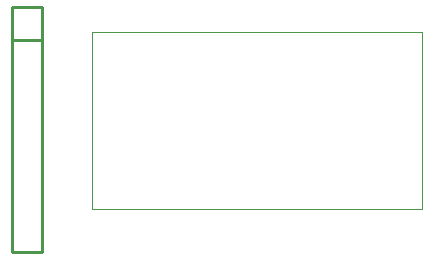
<source format=gto>
G04*
G04 #@! TF.GenerationSoftware,Altium Limited,Altium Designer,20.0.13 (296)*
G04*
G04 Layer_Color=65535*
%FSLAX24Y24*%
%MOIN*%
G70*
G01*
G75*
%ADD10C,0.0039*%
%ADD11C,0.0100*%
D10*
X2757Y3237D02*
X13757Y3237D01*
X2733Y3260D02*
Y9142D01*
X13757Y3237D02*
Y9142D01*
X2733D02*
X13757D01*
D11*
X71Y9969D02*
X1071D01*
X71Y8877D02*
X1071D01*
Y1803D02*
Y9969D01*
X71Y1803D02*
X1071D01*
X71D02*
Y9969D01*
M02*

</source>
